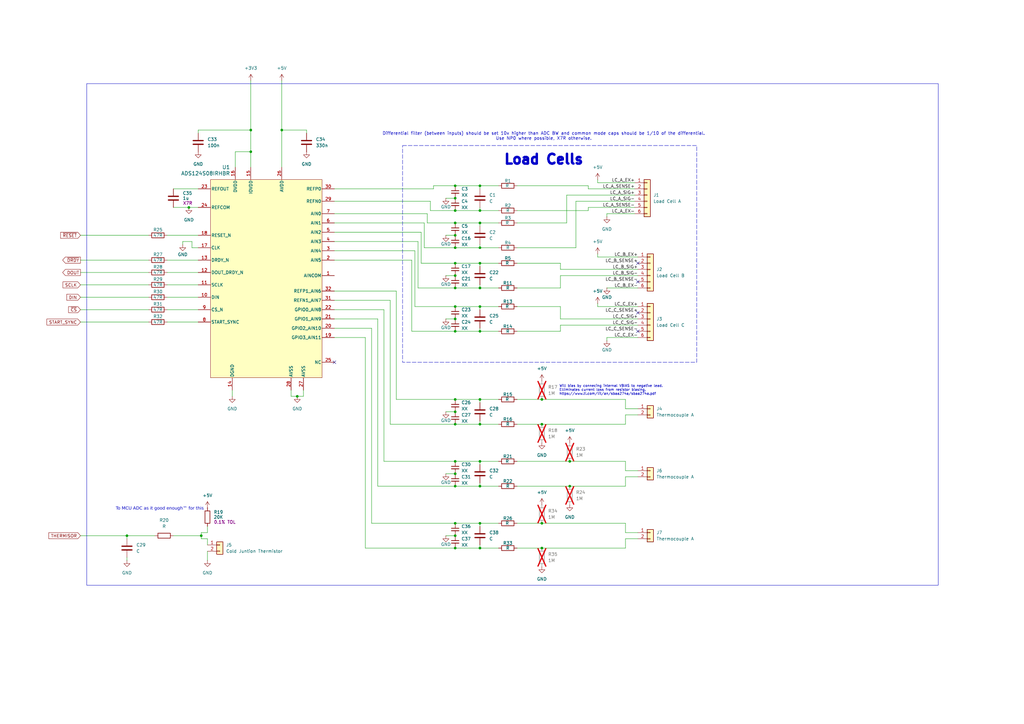
<source format=kicad_sch>
(kicad_sch (version 20250114) (generator "eeschema") (generator_version "9.0")
  (paper "A3")
  (lib_symbols
    (symbol "Connector_Generic:Conn_01x02" (pin_names (offset 1.016) (hide yes))
      (property "Reference" "J" (at 0 2.54 0))
      (property "Value" "Conn_01x02" (at 0 -5.08 0))
      (symbol "Conn_01x02_1_1"
        (rectangle (start -1.27 1.27) (end 1.27 -3.81) (stroke (width 0.254)) (fill (type background)))
        (rectangle (start -1.27 0.127) (end 0 -0.127) (stroke (width 0.1524)))
        (rectangle (start -1.27 -2.413) (end 0 -2.667) (stroke (width 0.1524)))
        (pin passive line (at -5.08 0 0) (length 3.81) (name "Pin_1") (number "1"))
        (pin passive line (at -5.08 -2.54 0) (length 3.81) (name "Pin_2") (number "2"))
      )
    )
    (symbol "Connector_Generic:Conn_01x06" (pin_names (offset 1.016) (hide yes))
      (property "Reference" "J" (at 0 7.62 0))
      (property "Value" "Conn_01x06" (at 0 -10.16 0))
      (symbol "Conn_01x06_1_1"
        (rectangle (start -1.27 6.35) (end 1.27 -8.89) (stroke (width 0.254)) (fill (type background)))
        (rectangle (start -1.27 5.207) (end 0 4.953) (stroke (width 0.1524)))
        (rectangle (start -1.27 2.667) (end 0 2.413) (stroke (width 0.1524)))
        (rectangle (start -1.27 0.127) (end 0 -0.127) (stroke (width 0.1524)))
        (rectangle (start -1.27 -2.413) (end 0 -2.667) (stroke (width 0.1524)))
        (rectangle (start -1.27 -4.953) (end 0 -5.207) (stroke (width 0.1524)))
        (rectangle (start -1.27 -7.493) (end 0 -7.747) (stroke (width 0.1524)))
        (pin passive line (at -5.08 5.08 0) (length 3.81) (name "Pin_1") (number "1"))
        (pin passive line (at -5.08 2.54 0) (length 3.81) (name "Pin_2") (number "2"))
        (pin passive line (at -5.08 0 0) (length 3.81) (name "Pin_3") (number "3"))
        (pin passive line (at -5.08 -2.54 0) (length 3.81) (name "Pin_4") (number "4"))
        (pin passive line (at -5.08 -5.08 0) (length 3.81) (name "Pin_5") (number "5"))
        (pin passive line (at -5.08 -7.62 0) (length 3.81) (name "Pin_6") (number "6"))
      )
    )
    (symbol "Device:C" (pin_numbers (hide yes)) (pin_names (offset 0.254))
      (property "Reference" "C" (at 0.635 2.54 0))
      (property "Value" "C" (at 0.635 -2.54 0))
      (symbol "C_0_1"
        (polyline (pts (xy -2.032 0.762) (xy 2.032 0.762)) (stroke (width 0.508)))
        (polyline (pts (xy -2.032 -0.762) (xy 2.032 -0.762)) (stroke (width 0.508)))
      )
      (symbol "C_1_1"
        (pin passive line (at 0 3.81 270) (length 2.794) (name "~") (number "1"))
        (pin passive line (at 0 -3.81 90) (length 2.794) (name "~") (number "2"))
      )
    )
    (symbol "Device:C_Small" (pin_numbers (hide yes)) (pin_names (offset 0.254) (hide yes))
      (property "Reference" "C" (at 0.254 1.778 0))
      (property "Value" "C_Small" (at 0.254 -2.032 0))
      (symbol "C_Small_0_1"
        (polyline (pts (xy -1.524 0.508) (xy 1.524 0.508)) (stroke (width 0.3048)))
        (polyline (pts (xy -1.524 -0.508) (xy 1.524 -0.508)) (stroke (width 0.3302)))
      )
      (symbol "C_Small_1_1"
        (pin passive line (at 0 2.54 270) (length 2.032) (name "~") (number "1"))
        (pin passive line (at 0 -2.54 90) (length 2.032) (name "~") (number "2"))
      )
    )
    (symbol "Device:R" (pin_numbers (hide yes)) (pin_names (offset 0))
      (property "Reference" "R" (at 2.032 0 90))
      (property "Value" "R" (at 0 0 90))
      (symbol "R_0_1"
        (rectangle (start -1.016 -2.54) (end 1.016 2.54) (stroke (width 0.254)))
      )
      (symbol "R_1_1"
        (pin passive line (at 0 3.81 270) (length 1.27) (name "~") (number "1"))
        (pin passive line (at 0 -3.81 90) (length 1.27) (name "~") (number "2"))
      )
    )
    (symbol "TS_Symbols:ADS114S08BIPBSR" (pin_names (offset 0.254))
      (property "Reference" "U1" (at 14.8433 45.72 0))
      (property "Value" "ADS124S08IRHBR" (at 14.8433 43.18 0))
      (symbol "ADS114S08BIPBSR_0_1"
        (pin input line (at -27.94 36.83 0) (length 5.08) (name "REFP0") (number "30"))
        (pin input line (at -27.94 31.75 0) (length 5.08) (name "REFN0") (number "29"))
        (pin input line (at -27.94 26.67 0) (length 5.08) (name "AIN0") (number "7"))
        (pin input line (at -27.94 22.86 0) (length 5.08) (name "AIN1") (number "6"))
        (pin input line (at -27.94 19.05 0) (length 5.08) (name "AIN2") (number "5"))
        (pin input line (at -27.94 15.24 0) (length 5.08) (name "AIN3") (number "4"))
        (pin input line (at -27.94 11.43 0) (length 5.08) (name "AIN4") (number "3"))
        (pin input line (at -27.94 7.62 0) (length 5.08) (name "AIN5") (number "2"))
        (pin input line (at -27.94 1.27 0) (length 5.08) (name "AINCOM") (number "1"))
        (pin input line (at -27.94 -5.08 0) (length 5.08) (name "REFP1_AIN6") (number "32"))
        (pin input line (at -27.94 -8.89 0) (length 5.08) (name "REFN1_AIN7") (number "31"))
        (pin bidirectional line (at -27.94 -12.7 0) (length 5.08) (name "GPIO0_AIN8") (number "22"))
        (pin bidirectional line (at -27.94 -16.51 0) (length 5.08) (name "GPIO1_AIN9") (number "21"))
        (pin bidirectional line (at -27.94 -20.32 0) (length 5.08) (name "GPIO2_AIN10") (number "20"))
        (pin bidirectional line (at -27.94 -24.13 0) (length 5.08) (name "GPIO3_AIN11") (number "19"))
        (pin unspecified line (at -27.94 -34.29 0) (length 5.08) (name "NC") (number "25"))
        (pin power_in line (at -15.24 -45.72 90) (length 5.08) (name "AVSS") (number "27"))
        (pin power_in line (at -10.16 -45.72 90) (length 5.08) (name "AVSS") (number "28"))
        (pin power_in line (at -6.35 45.72 270) (length 5.08) (name "AVDD") (number "26"))
        (pin power_in line (at 6.35 45.72 270) (length 5.08) (name "IOVDD") (number "15"))
        (pin power_in line (at 12.7 45.72 270) (length 5.08) (name "DVDD") (number "16"))
        (pin power_in line (at 13.97 -45.72 90) (length 5.08) (name "DGND") (number "14"))
        (pin power_in line (at 27.94 36.83 180) (length 5.08) (name "REFOUT") (number "23"))
        (pin power_in line (at 27.94 29.21 180) (length 5.08) (name "REFCOM") (number "24"))
        (pin input line (at 27.94 17.78 180) (length 5.08) (name "RESET_N") (number "18"))
        (pin input line (at 27.94 12.7 180) (length 5.08) (name "CLK") (number "17"))
        (pin output line (at 27.94 7.62 180) (length 5.08) (name "DRDY_N") (number "13"))
        (pin output line (at 27.94 2.54 180) (length 5.08) (name "DOUT_DRDY_N") (number "12"))
        (pin input line (at 27.94 -2.54 180) (length 5.08) (name "SCLK") (number "11"))
        (pin input line (at 27.94 -7.62 180) (length 5.08) (name "DIN") (number "10"))
        (pin input line (at 27.94 -12.7 180) (length 5.08) (name "CS_N") (number "9"))
        (pin input line (at 27.94 -17.78 180) (length 5.08) (name "START_SYNC") (number "8"))
      )
      (symbol "ADS114S08BIPBSR_1_1"
        (rectangle (start -22.86 40.64) (end 22.86 -40.64) (fill (type background)))
      )
    )
    (symbol "power:+3V3" (power) (pin_numbers (hide yes)) (pin_names (offset 0) (hide yes))
      (property "Value" "+3V3" (at 0 3.556 0))
      (symbol "+3V3_0_1"
        (polyline (pts (xy -0.762 1.27) (xy 0 2.54)))
        (polyline (pts (xy 0 2.54) (xy 0.762 1.27)))
        (polyline (pts (xy 0 0) (xy 0 2.54)))
      )
      (symbol "+3V3_1_1"
        (pin power_in line (at 0 0 90) (length 0) (name "~") (number "1"))
      )
    )
    (symbol "power:+5V" (power) (pin_numbers (hide yes)) (pin_names (offset 0) (hide yes))
      (property "Value" "+5V" (at 0 3.556 0))
      (symbol "+5V_0_1"
        (polyline (pts (xy -0.762 1.27) (xy 0 2.54)))
        (polyline (pts (xy 0 2.54) (xy 0.762 1.27)))
        (polyline (pts (xy 0 0) (xy 0 2.54)))
      )
      (symbol "+5V_1_1"
        (pin power_in line (at 0 0 90) (length 0) (name "~") (number "1"))
      )
    )
    (symbol "power:GND" (power) (pin_numbers (hide yes)) (pin_names (offset 0) (hide yes))
      (property "Value" "GND" (at 0 -3.81 0))
      (symbol "GND_0_1"
        (polyline (pts (xy 0 0) (xy 0 -1.27) (xy 1.27 -1.27) (xy 0 -2.54) (xy -1.27 -1.27) (xy 0 -1.27)))
      )
      (symbol "GND_1_1"
        (pin power_in line (at 0 0 270) (length 0) (name "~") (number "1"))
      )
    )
  )
  (rectangle (start 35.56 34.29) (end 384.81 240.03))
  (rectangle (start 165.1 59.69) (end 285.75 148.59) (stroke (width 0) (type dash)))
  (text "Differential filter (between inputs) should be set 10x higher than ADC BW and common mode caps should be 1/10 of the differential.\nUse NP0 where possible, X7R otherwise.\n" (at 223.012 55.88 0) (effects (font (size 1.27 1.27))))
  (text "Load Cells" (at 223.012 65.532 0) (effects (font (size 4 4) (thickness 1) (bold yes))))
  (text "To MCU ADC as it good enough™ for this" (at 65.532 209.042 0) (effects (font (size 1.27 1.27))))
  (text "Will bias by connecing internal VBIAS to negative lead.\nElliminates current loss from resistor biasing.\nhttps://www.ti.com/lit/an/sbaa274a/sbaa274a.pdf" (at 229.362 160.02 0) (effects (font (size 1 1)) (justify left)))
  (junction (at 186.69 163.83))
  (junction (at 196.85 76.2))
  (junction (at 186.69 96.52))
  (junction (at 222.25 173.99))
  (junction (at 186.69 189.23))
  (junction (at 186.69 194.31))
  (junction (at 186.69 76.2))
  (junction (at 186.69 107.95))
  (junction (at 196.85 173.99))
  (junction (at 222.25 214.63))
  (junction (at 102.87 53.34))
  (junction (at 121.92 162.56))
  (junction (at 196.85 101.6))
  (junction (at 186.69 224.79))
  (junction (at 186.69 173.99))
  (junction (at 196.85 86.36))
  (junction (at 186.69 125.73))
  (junction (at 196.85 163.83))
  (junction (at 196.85 118.11))
  (junction (at 196.85 199.39))
  (junction (at 82.55 219.71))
  (junction (at 186.69 135.89))
  (junction (at 186.69 214.63))
  (junction (at 115.57 53.34))
  (junction (at 196.85 189.23))
  (junction (at 186.69 219.71))
  (junction (at 77.47 85.09))
  (junction (at 196.85 214.63))
  (junction (at 196.85 135.89))
  (junction (at 186.69 113.03))
  (junction (at 186.69 86.36))
  (junction (at 186.69 168.91))
  (junction (at 196.85 125.73))
  (junction (at 222.25 163.83))
  (junction (at 186.69 101.6))
  (junction (at 196.85 91.44))
  (junction (at 186.69 91.44))
  (junction (at 186.69 118.11))
  (junction (at 186.69 199.39))
  (junction (at 233.68 189.23))
  (junction (at 102.87 62.23))
  (junction (at 222.25 224.79))
  (junction (at 52.07 219.71))
  (junction (at 196.85 107.95))
  (junction (at 196.85 224.79))
  (junction (at 186.69 81.28))
  (junction (at 233.68 199.39))
  (junction (at 186.69 130.81))
  (no_connect (at 261.62 115.57))
  (no_connect (at 137.16 148.59))
  (no_connect (at 261.62 107.95))
  (no_connect (at 261.62 135.89))
  (no_connect (at 261.62 128.27))
  (wire (pts (xy 245.11 104.14) (xy 245.11 105.41)))
  (wire (pts (xy 196.85 116.84) (xy 196.85 118.11)))
  (wire (pts (xy 137.16 119.38) (xy 162.56 119.38)))
  (wire (pts (xy 71.12 77.47) (xy 81.28 77.47)))
  (wire (pts (xy 173.99 91.44) (xy 137.16 91.44)))
  (wire (pts (xy 229.87 125.73) (xy 212.09 125.73)))
  (wire (pts (xy 196.85 86.36) (xy 204.47 86.36)))
  (wire (pts (xy 256.54 195.58) (xy 256.54 199.39)))
  (wire (pts (xy 248.92 118.11) (xy 261.62 118.11)))
  (wire (pts (xy 115.57 53.34) (xy 115.57 68.58)))
  (wire (pts (xy 186.69 76.2) (xy 177.8 76.2)))
  (wire (pts (xy 229.87 107.95) (xy 212.09 107.95)))
  (wire (pts (xy 171.45 118.11) (xy 171.45 99.06)))
  (wire (pts (xy 186.69 91.44) (xy 175.26 91.44)))
  (wire (pts (xy 196.85 118.11) (xy 204.47 118.11)))
  (wire (pts (xy 260.35 77.47) (xy 241.3 77.47)))
  (wire (pts (xy 52.07 219.71) (xy 63.5 219.71)))
  (wire (pts (xy 196.85 76.2) (xy 196.85 77.47)))
  (wire (pts (xy 261.62 138.43) (xy 248.92 138.43)))
  (wire (pts (xy 212.09 214.63) (xy 222.25 214.63)))
  (wire (pts (xy 222.25 173.99) (xy 256.54 173.99)))
  (wire (pts (xy 245.11 124.46) (xy 245.11 125.73)))
  (wire (pts (xy 186.69 86.36) (xy 176.53 86.36)))
  (wire (pts (xy 182.88 96.52) (xy 186.69 96.52)))
  (wire (pts (xy 82.55 220.98) (xy 85.09 220.98)))
  (wire (pts (xy 260.35 82.55) (xy 236.22 82.55)))
  (wire (pts (xy 196.85 125.73) (xy 196.85 127)))
  (wire (pts (xy 186.69 76.2) (xy 196.85 76.2)))
  (wire (pts (xy 241.3 85.09) (xy 241.3 86.36)))
  (wire (pts (xy 115.57 53.34) (xy 125.73 53.34)))
  (wire (pts (xy 232.41 80.01) (xy 232.41 91.44)))
  (wire (pts (xy 186.69 189.23) (xy 196.85 189.23)))
  (wire (pts (xy 85.09 218.44) (xy 85.09 215.9)))
  (wire (pts (xy 168.91 135.89) (xy 168.91 106.68)))
  (wire (pts (xy 173.99 101.6) (xy 173.99 91.44)))
  (wire (pts (xy 33.02 106.68) (xy 60.96 106.68)))
  (wire (pts (xy 170.18 125.73) (xy 170.18 102.87)))
  (wire (pts (xy 186.69 107.95) (xy 196.85 107.95)))
  (wire (pts (xy 74.93 99.06) (xy 74.93 100.33)))
  (wire (pts (xy 186.69 86.36) (xy 196.85 86.36)))
  (wire (pts (xy 119.38 162.56) (xy 121.92 162.56)))
  (wire (pts (xy 33.02 219.71) (xy 52.07 219.71)))
  (wire (pts (xy 168.91 106.68) (xy 137.16 106.68)))
  (wire (pts (xy 96.52 68.58) (xy 96.52 62.23)))
  (wire (pts (xy 186.69 173.99) (xy 160.02 173.99)))
  (wire (pts (xy 77.47 85.09) (xy 81.28 85.09)))
  (wire (pts (xy 196.85 134.62) (xy 196.85 135.89)))
  (wire (pts (xy 196.85 107.95) (xy 196.85 109.22)))
  (wire (pts (xy 256.54 220.98) (xy 256.54 224.79)))
  (wire (pts (xy 186.69 118.11) (xy 196.85 118.11)))
  (wire (pts (xy 212.09 189.23) (xy 233.68 189.23)))
  (wire (pts (xy 186.69 163.83) (xy 196.85 163.83)))
  (wire (pts (xy 233.68 189.23) (xy 256.54 189.23)))
  (wire (pts (xy 33.02 111.76) (xy 60.96 111.76)))
  (wire (pts (xy 157.48 189.23) (xy 186.69 189.23)))
  (wire (pts (xy 102.87 53.34) (xy 81.28 53.34)))
  (wire (pts (xy 229.87 133.35) (xy 261.62 133.35)))
  (wire (pts (xy 196.85 173.99) (xy 204.47 173.99)))
  (wire (pts (xy 196.85 101.6) (xy 204.47 101.6)))
  (wire (pts (xy 261.62 110.49) (xy 229.87 110.49)))
  (wire (pts (xy 152.4 134.62) (xy 152.4 214.63)))
  (wire (pts (xy 85.09 226.06) (xy 85.09 229.87)))
  (wire (pts (xy 137.16 134.62) (xy 152.4 134.62)))
  (wire (pts (xy 33.02 116.84) (xy 60.96 116.84)))
  (wire (pts (xy 241.3 76.2) (xy 212.09 76.2)))
  (wire (pts (xy 33.02 96.52) (xy 60.96 96.52)))
  (wire (pts (xy 229.87 135.89) (xy 229.87 133.35)))
  (wire (pts (xy 78.74 101.6) (xy 81.28 101.6)))
  (wire (pts (xy 256.54 170.18) (xy 256.54 173.99)))
  (wire (pts (xy 256.54 163.83) (xy 256.54 167.64)))
  (wire (pts (xy 186.69 173.99) (xy 196.85 173.99)))
  (wire (pts (xy 95.25 162.56) (xy 95.25 160.02)))
  (wire (pts (xy 196.85 214.63) (xy 204.47 214.63)))
  (wire (pts (xy 52.07 228.6) (xy 52.07 229.87)))
  (wire (pts (xy 68.58 96.52) (xy 81.28 96.52)))
  (wire (pts (xy 212.09 173.99) (xy 222.25 173.99)))
  (wire (pts (xy 82.55 218.44) (xy 82.55 219.71)))
  (wire (pts (xy 236.22 101.6) (xy 212.09 101.6)))
  (wire (pts (xy 222.25 163.83) (xy 256.54 163.83)))
  (wire (pts (xy 149.86 224.79) (xy 186.69 224.79)))
  (wire (pts (xy 186.69 101.6) (xy 196.85 101.6)))
  (wire (pts (xy 186.69 101.6) (xy 173.99 101.6)))
  (wire (pts (xy 33.02 132.08) (xy 60.96 132.08)))
  (wire (pts (xy 186.69 214.63) (xy 196.85 214.63)))
  (wire (pts (xy 229.87 113.03) (xy 229.87 118.11)))
  (wire (pts (xy 119.38 160.02) (xy 119.38 162.56)))
  (wire (pts (xy 182.88 168.91) (xy 186.69 168.91)))
  (wire (pts (xy 233.68 199.39) (xy 256.54 199.39)))
  (wire (pts (xy 212.09 135.89) (xy 229.87 135.89)))
  (wire (pts (xy 236.22 82.55) (xy 236.22 101.6)))
  (wire (pts (xy 157.48 127) (xy 137.16 127)))
  (wire (pts (xy 85.09 220.98) (xy 85.09 223.52)))
  (wire (pts (xy 196.85 125.73) (xy 204.47 125.73)))
  (wire (pts (xy 96.52 62.23) (xy 102.87 62.23)))
  (wire (pts (xy 71.12 85.09) (xy 77.47 85.09)))
  (wire (pts (xy 68.58 132.08) (xy 81.28 132.08)))
  (wire (pts (xy 175.26 87.63) (xy 137.16 87.63)))
  (wire (pts (xy 160.02 123.19) (xy 137.16 123.19)))
  (wire (pts (xy 172.72 95.25) (xy 137.16 95.25)))
  (wire (pts (xy 176.53 82.55) (xy 137.16 82.55)))
  (wire (pts (xy 196.85 91.44) (xy 196.85 92.71)))
  (wire (pts (xy 172.72 107.95) (xy 172.72 95.25)))
  (wire (pts (xy 186.69 224.79) (xy 196.85 224.79)))
  (wire (pts (xy 256.54 193.04) (xy 261.62 193.04)))
  (wire (pts (xy 68.58 116.84) (xy 81.28 116.84)))
  (wire (pts (xy 196.85 199.39) (xy 204.47 199.39)))
  (wire (pts (xy 241.3 76.2) (xy 241.3 77.47)))
  (wire (pts (xy 196.85 107.95) (xy 204.47 107.95)))
  (wire (pts (xy 260.35 80.01) (xy 232.41 80.01)))
  (wire (pts (xy 68.58 121.92) (xy 81.28 121.92)))
  (wire (pts (xy 78.74 99.06) (xy 74.93 99.06)))
  (wire (pts (xy 154.94 130.81) (xy 137.16 130.81)))
  (wire (pts (xy 256.54 189.23) (xy 256.54 193.04)))
  (wire (pts (xy 160.02 123.19) (xy 160.02 173.99)))
  (wire (pts (xy 196.85 172.72) (xy 196.85 173.99)))
  (wire (pts (xy 196.85 223.52) (xy 196.85 224.79)))
  (wire (pts (xy 171.45 99.06) (xy 137.16 99.06)))
  (wire (pts (xy 154.94 199.39) (xy 186.69 199.39)))
  (wire (pts (xy 196.85 163.83) (xy 204.47 163.83)))
  (wire (pts (xy 196.85 189.23) (xy 196.85 190.5)))
  (wire (pts (xy 248.92 87.63) (xy 248.92 88.9)))
  (wire (pts (xy 68.58 111.76) (xy 81.28 111.76)))
  (wire (pts (xy 196.85 224.79) (xy 204.47 224.79)))
  (wire (pts (xy 261.62 113.03) (xy 229.87 113.03)))
  (wire (pts (xy 115.57 33.02) (xy 115.57 53.34)))
  (wire (pts (xy 256.54 218.44) (xy 261.62 218.44)))
  (wire (pts (xy 176.53 86.36) (xy 176.53 82.55)))
  (wire (pts (xy 245.11 74.93) (xy 245.11 73.66)))
  (wire (pts (xy 68.58 127) (xy 81.28 127)))
  (wire (pts (xy 52.07 220.98) (xy 52.07 219.71)))
  (wire (pts (xy 102.87 62.23) (xy 102.87 68.58)))
  (wire (pts (xy 248.92 138.43) (xy 248.92 139.7)))
  (wire (pts (xy 256.54 170.18) (xy 261.62 170.18)))
  (wire (pts (xy 182.88 194.31) (xy 186.69 194.31)))
  (wire (pts (xy 256.54 220.98) (xy 261.62 220.98)))
  (wire (pts (xy 149.86 138.43) (xy 137.16 138.43)))
  (wire (pts (xy 81.28 53.34) (xy 81.28 54.61)))
  (wire (pts (xy 256.54 214.63) (xy 256.54 218.44)))
  (wire (pts (xy 186.69 125.73) (xy 196.85 125.73)))
  (wire (pts (xy 186.69 91.44) (xy 196.85 91.44)))
  (wire (pts (xy 196.85 91.44) (xy 204.47 91.44)))
  (wire (pts (xy 212.09 163.83) (xy 222.25 163.83)))
  (wire (pts (xy 102.87 33.02) (xy 102.87 53.34)))
  (wire (pts (xy 260.35 74.93) (xy 245.11 74.93)))
  (wire (pts (xy 182.88 113.03) (xy 186.69 113.03)))
  (wire (pts (xy 33.02 127) (xy 60.96 127)))
  (wire (pts (xy 212.09 199.39) (xy 233.68 199.39)))
  (wire (pts (xy 196.85 85.09) (xy 196.85 86.36)))
  (wire (pts (xy 260.35 87.63) (xy 248.92 87.63)))
  (wire (pts (xy 196.85 163.83) (xy 196.85 165.1)))
  (wire (pts (xy 186.69 118.11) (xy 171.45 118.11)))
  (wire (pts (xy 182.88 219.71) (xy 186.69 219.71)))
  (wire (pts (xy 175.26 91.44) (xy 175.26 87.63)))
  (wire (pts (xy 196.85 214.63) (xy 196.85 215.9)))
  (wire (pts (xy 260.35 85.09) (xy 241.3 85.09)))
  (wire (pts (xy 186.69 199.39) (xy 196.85 199.39)))
  (wire (pts (xy 68.58 106.68) (xy 81.28 106.68)))
  (wire (pts (xy 78.74 99.06) (xy 78.74 101.6)))
  (wire (pts (xy 182.88 81.28) (xy 186.69 81.28)))
  (wire (pts (xy 222.25 224.79) (xy 256.54 224.79)))
  (wire (pts (xy 229.87 130.81) (xy 229.87 125.73)))
  (wire (pts (xy 177.8 77.47) (xy 137.16 77.47)))
  (wire (pts (xy 85.09 218.44) (xy 82.55 218.44)))
  (wire (pts (xy 157.48 189.23) (xy 157.48 127)))
  (wire (pts (xy 124.46 162.56) (xy 124.46 160.02)))
  (wire (pts (xy 33.02 121.92) (xy 60.96 121.92)))
  (wire (pts (xy 256.54 195.58) (xy 261.62 195.58)))
  (wire (pts (xy 196.85 189.23) (xy 204.47 189.23)))
  (wire (pts (xy 152.4 214.63) (xy 186.69 214.63)))
  (wire (pts (xy 196.85 100.33) (xy 196.85 101.6)))
  (wire (pts (xy 186.69 135.89) (xy 168.91 135.89)))
  (wire (pts (xy 196.85 198.12) (xy 196.85 199.39)))
  (wire (pts (xy 232.41 91.44) (xy 212.09 91.44)))
  (wire (pts (xy 82.55 219.71) (xy 82.55 220.98)))
  (wire (pts (xy 186.69 135.89) (xy 196.85 135.89)))
  (wire (pts (xy 71.12 219.71) (xy 82.55 219.71)))
  (wire (pts (xy 229.87 110.49) (xy 229.87 107.95)))
  (wire (pts (xy 162.56 119.38) (xy 162.56 163.83)))
  (wire (pts (xy 256.54 167.64) (xy 261.62 167.64)))
  (wire (pts (xy 229.87 118.11) (xy 212.09 118.11)))
  (wire (pts (xy 212.09 86.36) (xy 241.3 86.36)))
  (wire (pts (xy 170.18 102.87) (xy 137.16 102.87)))
  (wire (pts (xy 261.62 130.81) (xy 229.87 130.81)))
  (wire (pts (xy 186.69 107.95) (xy 172.72 107.95)))
  (wire (pts (xy 154.94 199.39) (xy 154.94 130.81)))
  (wire (pts (xy 245.11 105.41) (xy 261.62 105.41)))
  (wire (pts (xy 186.69 163.83) (xy 162.56 163.83)))
  (wire (pts (xy 186.69 125.73) (xy 170.18 125.73)))
  (wire (pts (xy 102.87 53.34) (xy 102.87 62.23)))
  (wire (pts (xy 121.92 162.56) (xy 124.46 162.56)))
  (wire (pts (xy 245.11 125.73) (xy 261.62 125.73)))
  (wire (pts (xy 125.73 53.34) (xy 125.73 54.61)))
  (wire (pts (xy 182.88 130.81) (xy 186.69 130.81)))
  (wire (pts (xy 222.25 214.63) (xy 256.54 214.63)))
  (wire (pts (xy 196.85 76.2) (xy 204.47 76.2)))
  (wire (pts (xy 196.85 135.89) (xy 204.47 135.89)))
  (wire (pts (xy 177.8 76.2) (xy 177.8 77.47)))
  (wire (pts (xy 212.09 224.79) (xy 222.25 224.79)))
  (wire (pts (xy 149.86 224.79) (xy 149.86 138.43)))
  (label "LC_B_SIG+" (at 261.62 110.49 180))
  (label "LC_B_SIG-" (at 261.62 113.03 180))
  (label "LC_B_SENSE-" (at 261.62 115.57 180))
  (label "LC_C_SIG+" (at 261.62 130.81 180))
  (label "LC_C_SENSE+" (at 261.62 128.27 180))
  (label "LC_A_SENSE+" (at 260.35 77.47 180))
  (label "LC_C_SIG-" (at 261.62 133.35 180))
  (label "LC_A_SIG-" (at 260.35 82.55 180))
  (label "LC_C_EX+" (at 261.62 125.73 180))
  (label "LC_A_SENSE-" (at 260.35 85.09 180))
  (label "LC_B_EX-" (at 261.62 118.11 180))
  (label "LC_B_EX+" (at 261.62 105.41 180))
  (label "LC_C_EX-" (at 261.62 138.43 180))
  (label "LC_B_SENSE+" (at 261.62 107.95 180))
  (label "LC_A_EX-" (at 260.35 87.63 180))
  (label "LC_A_EX+" (at 260.35 74.93 180))
  (label "LC_A_SIG+" (at 260.35 80.01 180))
  (label "LC_C_SENSE-" (at 261.62 135.89 180))
  (global_label "~{DRDY}" (shape output) (at 33.02 106.68 180) (property "Intersheetrefs" "${INTERSHEET_REFS}" (effects (hide yes))))
  (global_label "DIN" (shape input) (at 33.02 121.92 180) (property "Intersheetrefs" "${INTERSHEET_REFS}" (effects (hide yes))))
  (global_label "START_SYNC" (shape input) (at 33.02 132.08 180) (property "Intersheetrefs" "${INTERSHEET_REFS}" (effects (hide yes))))
  (global_label "~{RESET}" (shape input) (at 33.02 96.52 180) (property "Intersheetrefs" "${INTERSHEET_REFS}" (effects (hide yes))))
  (global_label "DOUT" (shape output) (at 33.02 111.76 180) (property "Intersheetrefs" "${INTERSHEET_REFS}" (effects (hide yes))))
  (global_label "SCLK" (shape input) (at 33.02 116.84 180) (property "Intersheetrefs" "${INTERSHEET_REFS}" (effects (hide yes))))
  (global_label "THERMISOR" (shape input) (at 33.02 219.71 180) (property "Intersheetrefs" "${INTERSHEET_REFS}" (effects (hide yes))))
  (global_label "~{CS}" (shape input) (at 33.02 127 180) (property "Intersheetrefs" "${INTERSHEET_REFS}" (effects (hide yes))))
  (symbol (lib_id "power:GND") (at 248.92 139.7 0) (unit 1)
    (property "Reference" "#PWR016" (effects (hide yes)))
    (property "Value" "GND" (at 248.92 143.51 0))
    (property "Description" "Power symbol creates a global label with name \"GND\" , ground" (effects (hide yes)))
  )
  (symbol (lib_id "TS_Symbols:ADS114S08BIPBSR") (at 109.22 114.3 0) (mirror y) (unit 1)
    (property "Reference" "U1" (at 94.3767 68.58 0) (effects (font (size 1.524 1.524)) (justify left)))
    (property "Value" "ADS124S08IRHBR" (at 94.3767 71.12 0) (effects (font (size 1.524 1.524)) (justify left)))
    (property "Footprint" "Package_QFP:LQFP-32_5x5mm_P0.5mm" (effects (hide yes)))
    (property "Datasheet" "https://www.ti.com/lit/ds/symlink/ads124s06.pdf?HQS=dis-dk-null-digikeymode-dsf-pf-null-wwe&ts=1745919423415&ref_url=https%253A%252F%252Fwww.ti.com%252Fgeneral%252Fdocs%252Fsuppproductinfo.tsp%253FdistId%253D10%2526gotoUrl%253Dhttps%253A%252F%252Fwww.ti.com%252Flit%252Fgpn%252Fads124s06" (effects (hide yes)))
    (property "MPN" "ADS124S08IRHBR" (effects (hide yes)))
  )
  (symbol (lib_id "Connector_Generic:Conn_01x02") (at 90.17 223.52 0) (unit 1)
    (property "Reference" "J5" (at 92.71 223.5199 0) (effects (justify left)))
    (property "Value" "Cold Juntion Thermistor" (at 92.71 226.0599 0) (effects (justify left)))
    (property "Description" "Generic connector, single row, 01x02, script generated (kicad-library-utils/schlib/autogen/connector/)" (effects (hide yes)))
  )
  (symbol (lib_id "power:+5V") (at 115.57 33.02 0) (unit 1)
    (property "Reference" "#PWR040" (effects (hide yes)))
    (property "Value" "+5V" (at 115.57 27.94 0))
    (property "Description" "Power symbol creates a global label with name \"+5V\"" (effects (hide yes)))
  )
  (symbol (lib_id "Device:C") (at 196.85 113.03 0) (unit 1)
    (property "Reference" "C22" (at 200.66 111.7599 0) (effects (justify left)))
    (property "Value" "C" (at 200.66 114.2999 0) (effects (justify left)))
    (property "Description" "Unpolarized capacitor" (effects (hide yes)))
  )
  (symbol (lib_id "Device:R") (at 208.28 224.79 90) (unit 1)
    (property "Reference" "R33" (at 208.28 222.758 90))
    (property "Value" "R" (at 208.28 224.79 90))
    (property "Description" "Resistor" (effects (hide yes)))
  )
  (symbol (lib_id "Device:R") (at 222.25 210.82 0) (unit 1) (dnp yes)
    (property "Reference" "R34" (at 224.79 209.5499 0) (effects (justify left)))
    (property "Value" "1M" (at 224.79 212.0899 0) (effects (justify left)))
    (property "Description" "Resistor" (effects (hide yes)))
  )
  (symbol (lib_id "power:GND") (at 248.92 88.9 0) (unit 1)
    (property "Reference" "#PWR02" (effects (hide yes)))
    (property "Value" "GND" (at 248.92 93.98 0))
    (property "Description" "Power symbol creates a global label with name \"GND\" , ground" (effects (hide yes)))
  )
  (symbol (lib_id "power:+5V") (at 233.68 181.61 0) (unit 1)
    (property "Reference" "#PWR035" (effects (hide yes)))
    (property "Value" "+5V" (at 233.68 176.53 0))
    (property "Description" "Power symbol creates a global label with name \"+5V\"" (effects (hide yes)))
  )
  (symbol (lib_id "Device:R") (at 208.28 199.39 90) (unit 1)
    (property "Reference" "R22" (at 208.28 197.358 90))
    (property "Value" "R" (at 208.28 199.39 90))
    (property "Description" "Resistor" (effects (hide yes)))
  )
  (symbol (lib_id "Device:R") (at 208.28 107.95 90) (unit 1)
    (property "Reference" "R5" (at 208.28 105.918 90))
    (property "Value" "R" (at 208.026 107.95 90))
    (property "Description" "Resistor" (effects (hide yes)))
  )
  (symbol (lib_id "Device:C") (at 196.85 168.91 0) (unit 1)
    (property "Reference" "C28" (at 200.66 167.6399 0) (effects (justify left)))
    (property "Value" "C" (at 200.66 170.1799 0) (effects (justify left)))
    (property "Description" "Unpolarized capacitor" (effects (hide yes)))
  )
  (symbol (lib_id "power:+5V") (at 222.25 156.21 0) (unit 1)
    (property "Reference" "#PWR025" (effects (hide yes)))
    (property "Value" "+5V" (at 222.25 151.13 0))
    (property "Description" "Power symbol creates a global label with name \"+5V\"" (effects (hide yes)))
  )
  (symbol (lib_id "Device:C_Small") (at 186.69 99.06 0) (unit 1)
    (property "Reference" "C16" (at 189.23 97.7962 0) (effects (justify left)))
    (property "Value" "XX" (at 189.23 100.3362 0) (effects (justify left)))
    (property "Description" "Unpolarized capacitor, small symbol" (effects (hide yes)))
  )
  (symbol (lib_id "Device:R") (at 233.68 185.42 0) (unit 1) (dnp yes)
    (property "Reference" "R23" (at 236.22 184.1499 0) (effects (justify left)))
    (property "Value" "1M" (at 236.22 186.6899 0) (effects (justify left)))
    (property "Description" "Resistor" (effects (hide yes)))
  )
  (symbol (lib_id "power:+5V") (at 222.25 207.01 0) (unit 1)
    (property "Reference" "#PWR045" (effects (hide yes)))
    (property "Value" "+5V" (at 222.25 201.93 0))
    (property "Description" "Power symbol creates a global label with name \"+5V\"" (effects (hide yes)))
  )
  (symbol (lib_id "power:GND") (at 52.07 229.87 0) (unit 1)
    (property "Reference" "#PWR033" (effects (hide yes)))
    (property "Value" "GND" (at 52.07 234.95 0))
    (property "Description" "Power symbol creates a global label with name \"GND\" , ground" (effects (hide yes)))
  )
  (symbol (lib_id "power:GND") (at 95.25 162.56 0) (unit 1)
    (property "Reference" "#PWR048" (effects (hide yes)))
    (property "Value" "GND" (at 95.25 167.64 0))
    (property "Description" "Power symbol creates a global label with name \"GND\" , ground" (effects (hide yes)))
  )
  (symbol (lib_id "Device:R") (at 222.25 177.8 0) (unit 1) (dnp yes)
    (property "Reference" "R18" (at 224.79 176.5299 0) (effects (justify left)))
    (property "Value" "1M" (at 224.79 179.0699 0) (effects (justify left)))
    (property "Description" "Resistor" (effects (hide yes)))
  )
  (symbol (lib_id "power:+5V") (at 85.09 208.28 0) (unit 1)
    (property "Reference" "#PWR028" (effects (hide yes)))
    (property "Value" "+5V" (at 85.09 203.2 0))
    (property "Description" "Power symbol creates a global label with name \"+5V\"" (effects (hide yes)))
  )
  (symbol (lib_id "Device:C_Small") (at 186.69 93.98 0) (unit 1)
    (property "Reference" "C5" (at 189.23 92.7162 0) (effects (justify left)))
    (property "Value" "XX" (at 189.23 95.2562 0) (effects (justify left)))
    (property "Description" "Unpolarized capacitor, small symbol" (effects (hide yes)))
  )
  (symbol (lib_id "Device:C") (at 81.28 58.42 0) (unit 1)
    (property "Reference" "C33" (at 85.09 57.1499 0) (effects (justify left)))
    (property "Value" "100n" (at 85.09 59.6899 0) (effects (justify left)))
    (property "Description" "Unpolarized capacitor" (effects (hide yes)))
  )
  (symbol (lib_id "power:GND") (at 222.25 232.41 0) (unit 1)
    (property "Reference" "#PWR047" (effects (hide yes)))
    (property "Value" "GND" (at 222.25 237.49 0))
    (property "Description" "Power symbol creates a global label with name \"GND\" , ground" (effects (hide yes)))
  )
  (symbol (lib_id "power:GND") (at 248.92 118.11 0) (unit 1)
    (property "Reference" "#PWR013" (effects (hide yes)))
    (property "Value" "GND" (at 248.92 121.92 0))
    (property "Description" "Power symbol creates a global label with name \"GND\" , ground" (effects (hide yes)))
  )
  (symbol (lib_id "Device:C") (at 196.85 96.52 0) (unit 1)
    (property "Reference" "C2" (at 200.66 95.2499 0) (effects (justify left)))
    (property "Value" "C" (at 200.66 97.7899 0) (effects (justify left)))
    (property "Description" "Unpolarized capacitor" (effects (hide yes)))
  )
  (symbol (lib_id "Device:R") (at 208.28 118.11 90) (unit 1)
    (property "Reference" "R11" (at 208.28 116.078 90))
    (property "Value" "R" (at 208.28 118.11 90))
    (property "Description" "Resistor" (effects (hide yes)))
  )
  (symbol (lib_id "Device:C_Small") (at 186.69 78.74 0) (unit 1)
    (property "Reference" "C3" (at 189.23 77.4762 0) (effects (justify left)))
    (property "Value" "XX" (at 189.23 80.0162 0) (effects (justify left)))
    (property "Description" "Unpolarized capacitor, small symbol" (effects (hide yes)))
  )
  (symbol (lib_id "Device:C_Small") (at 186.69 128.27 0) (unit 1)
    (property "Reference" "C23" (at 189.23 127.0062 0) (effects (justify left)))
    (property "Value" "XX" (at 189.23 129.5462 0) (effects (justify left)))
    (property "Description" "Unpolarized capacitor, small symbol" (effects (hide yes)))
  )
  (symbol (lib_id "Device:R") (at 64.77 106.68 90) (unit 1)
    (property "Reference" "R27" (at 64.77 104.394 90))
    (property "Value" "47R" (at 64.77 106.68 90))
    (property "Description" "Resistor" (effects (hide yes)))
  )
  (symbol (lib_id "Device:C_Small") (at 186.69 133.35 0) (unit 1)
    (property "Reference" "C24" (at 189.23 132.0862 0) (effects (justify left)))
    (property "Value" "XX" (at 189.23 134.6262 0) (effects (justify left)))
    (property "Description" "Unpolarized capacitor, small symbol" (effects (hide yes)))
  )
  (symbol (lib_id "Device:C_Small") (at 186.69 191.77 0) (unit 1)
    (property "Reference" "C30" (at 189.23 190.5062 0) (effects (justify left)))
    (property "Value" "XX" (at 189.23 193.0462 0) (effects (justify left)))
    (property "Description" "Unpolarized capacitor, small symbol" (effects (hide yes)))
  )
  (symbol (lib_id "Device:C") (at 196.85 194.31 0) (unit 1)
    (property "Reference" "C32" (at 200.66 193.0399 0) (effects (justify left)))
    (property "Value" "C" (at 200.66 195.5799 0) (effects (justify left)))
    (property "Description" "Unpolarized capacitor" (effects (hide yes)))
  )
  (symbol (lib_id "Device:R") (at 222.25 228.6 0) (unit 1) (dnp yes)
    (property "Reference" "R35" (at 224.79 227.3299 0) (effects (justify left)))
    (property "Value" "1M" (at 224.79 229.8699 0) (effects (justify left)))
    (property "Description" "Resistor" (effects (hide yes)))
  )
  (symbol (lib_id "Device:R") (at 208.28 76.2 90) (unit 1)
    (property "Reference" "R1" (at 208.28 74.168 90))
    (property "Value" "R" (at 208.026 76.2 90))
    (property "Description" "Resistor" (effects (hide yes)))
  )
  (symbol (lib_id "Device:R") (at 233.68 203.2 0) (unit 1) (dnp yes)
    (property "Reference" "R24" (at 236.22 201.9299 0) (effects (justify left)))
    (property "Value" "1M" (at 236.22 204.4699 0) (effects (justify left)))
    (property "Description" "Resistor" (effects (hide yes)))
  )
  (symbol (lib_id "Device:R") (at 208.28 173.99 90) (unit 1)
    (property "Reference" "R16" (at 208.28 171.958 90))
    (property "Value" "R" (at 208.28 173.99 90))
    (property "Description" "Resistor" (effects (hide yes)))
  )
  (symbol (lib_id "Device:R") (at 64.77 127 90) (unit 1)
    (property "Reference" "R31" (at 64.77 124.714 90))
    (property "Value" "47R" (at 64.77 127 90))
    (property "Description" "Resistor" (effects (hide yes)))
  )
  (symbol (lib_id "power:+3V3") (at 102.87 33.02 0) (unit 1)
    (property "Reference" "#PWR037" (effects (hide yes)))
    (property "Value" "+3V3" (at 102.87 27.94 0))
    (property "Description" "Power symbol creates a global label with name \"+3V3\"" (effects (hide yes)))
  )
  (symbol (lib_id "Connector_Generic:Conn_01x06") (at 265.43 80.01 0) (unit 1)
    (property "Reference" "J1" (at 267.97 80.0099 0) (effects (justify left)))
    (property "Value" "Load Cell A" (at 267.97 82.5499 0) (effects (justify left)))
    (property "Description" "Generic connector, single row, 01x06, script generated (kicad-library-utils/schlib/autogen/connector/)" (effects (hide yes)))
  )
  (symbol (lib_id "Device:R") (at 208.28 91.44 90) (unit 1)
    (property "Reference" "R3" (at 208.28 89.408 90))
    (property "Value" "R" (at 208.026 91.44 90))
    (property "Description" "Resistor" (effects (hide yes)))
  )
  (symbol (lib_id "Device:R") (at 208.28 214.63 90) (unit 1)
    (property "Reference" "R26" (at 208.28 212.598 90))
    (property "Value" "R" (at 208.026 214.63 90))
    (property "Description" "Resistor" (effects (hide yes)))
  )
  (symbol (lib_id "Device:C_Small") (at 186.69 115.57 0) (unit 1)
    (property "Reference" "C21" (at 189.23 114.3062 0) (effects (justify left)))
    (property "Value" "XX" (at 189.23 116.8462 0) (effects (justify left)))
    (property "Description" "Unpolarized capacitor, small symbol" (effects (hide yes)))
  )
  (symbol (lib_id "Device:R") (at 222.25 160.02 0) (unit 1) (dnp yes)
    (property "Reference" "R17" (at 224.79 158.7499 0) (effects (justify left)))
    (property "Value" "1M" (at 224.79 161.2899 0) (effects (justify left)))
    (property "Description" "Resistor" (effects (hide yes)))
  )
  (symbol (lib_id "power:GND") (at 182.88 96.52 0) (unit 1)
    (property "Reference" "#PWR05" (effects (hide yes)))
    (property "Value" "GND" (at 182.88 100.076 0))
    (property "Description" "Power symbol creates a global label with name \"GND\" , ground" (effects (hide yes)))
  )
  (symbol (lib_id "power:+5V") (at 245.11 104.14 0) (unit 1)
    (property "Reference" "#PWR08" (effects (hide yes)))
    (property "Value" "+5V" (at 245.11 99.06 0))
    (property "Description" "Power symbol creates a global label with name \"+5V\"" (effects (hide yes)))
  )
  (symbol (lib_id "power:GND") (at 182.88 219.71 0) (unit 1)
    (property "Reference" "#PWR044" (effects (hide yes)))
    (property "Value" "GND" (at 182.88 223.266 0))
    (property "Description" "Power symbol creates a global label with name \"GND\" , ground" (effects (hide yes)))
  )
  (symbol (lib_id "Device:C") (at 71.12 81.28 0) (unit 1)
    (property "Reference" "C35" (at 74.93 79.248 0) (effects (justify left)))
    (property "Value" "1u" (at 74.93 81.28 0) (effects (justify left)))
    (property "Description" "X7R" (at 76.962 83.312 0))
  )
  (symbol (lib_id "power:GND") (at 77.47 85.09 0) (unit 1)
    (property "Reference" "#PWR043" (effects (hide yes)))
    (property "Value" "GND" (at 77.47 90.17 0))
    (property "Description" "Power symbol creates a global label with name \"GND\" , ground" (effects (hide yes)))
  )
  (symbol (lib_id "Device:R") (at 208.28 135.89 90) (unit 1)
    (property "Reference" "R14" (at 208.28 133.858 90))
    (property "Value" "R" (at 208.28 135.89 90))
    (property "Description" "Resistor" (effects (hide yes)))
  )
  (symbol (lib_id "power:GND") (at 182.88 81.28 0) (unit 1)
    (property "Reference" "#PWR04" (effects (hide yes)))
    (property "Value" "GND" (at 182.88 84.836 0))
    (property "Description" "Power symbol creates a global label with name \"GND\" , ground" (effects (hide yes)))
  )
  (symbol (lib_id "Device:R") (at 64.77 132.08 90) (unit 1)
    (property "Reference" "R32" (at 64.77 129.794 90))
    (property "Value" "47R" (at 64.77 132.08 90))
    (property "Description" "Resistor" (effects (hide yes)))
  )
  (symbol (lib_id "Device:C") (at 52.07 224.79 0) (unit 1)
    (property "Reference" "C29" (at 55.88 223.5199 0) (effects (justify left)))
    (property "Value" "C" (at 55.88 226.0599 0) (effects (justify left)))
    (property "Description" "Unpolarized capacitor" (effects (hide yes)))
  )
  (symbol (lib_id "Device:C_Small") (at 186.69 222.25 0) (unit 1)
    (property "Reference" "C37" (at 189.23 220.9862 0) (effects (justify left)))
    (property "Value" "XX" (at 189.23 223.5262 0) (effects (justify left)))
    (property "Description" "Unpolarized capacitor, small symbol" (effects (hide yes)))
  )
  (symbol (lib_id "power:GND") (at 222.25 181.61 0) (unit 1)
    (property "Reference" "#PWR024" (effects (hide yes)))
    (property "Value" "GND" (at 222.25 186.69 0))
    (property "Description" "Power symbol creates a global label with name \"GND\" , ground" (effects (hide yes)))
  )
  (symbol (lib_id "power:GND") (at 74.93 100.33 0) (unit 1)
    (property "Reference" "#PWR039" (effects (hide yes)))
    (property "Value" "GND" (at 74.93 104.394 0))
    (property "Description" "Power symbol creates a global label with name \"GND\" , ground" (effects (hide yes)))
  )
  (symbol (lib_id "Device:C_Small") (at 186.69 166.37 0) (unit 1)
    (property "Reference" "C26" (at 189.23 165.1062 0) (effects (justify left)))
    (property "Value" "XX" (at 189.23 167.6462 0) (effects (justify left)))
    (property "Description" "Unpolarized capacitor, small symbol" (effects (hide yes)))
  )
  (symbol (lib_id "power:GND") (at 182.88 194.31 0) (unit 1)
    (property "Reference" "#PWR034" (effects (hide yes)))
    (property "Value" "GND" (at 182.88 197.866 0))
    (property "Description" "Power symbol creates a global label with name \"GND\" , ground" (effects (hide yes)))
  )
  (symbol (lib_id "power:GND") (at 233.68 207.01 0) (unit 1)
    (property "Reference" "#PWR036" (effects (hide yes)))
    (property "Value" "GND" (at 233.68 212.09 0))
    (property "Description" "Power symbol creates a global label with name \"GND\" , ground" (effects (hide yes)))
  )
  (symbol (lib_id "Device:C_Small") (at 186.69 217.17 0) (unit 1)
    (property "Reference" "C36" (at 189.23 215.9062 0) (effects (justify left)))
    (property "Value" "XX" (at 189.23 218.4462 0) (effects (justify left)))
    (property "Description" "Unpolarized capacitor, small symbol" (effects (hide yes)))
  )
  (symbol (lib_id "Connector_Generic:Conn_01x06") (at 266.7 110.49 0) (unit 1)
    (property "Reference" "J2" (at 269.24 110.4899 0) (effects (justify left)))
    (property "Value" "Load Cell B" (at 269.24 113.0299 0) (effects (justify left)))
    (property "Description" "Generic connector, single row, 01x06, script generated (kicad-library-utils/schlib/autogen/connector/)" (effects (hide yes)))
  )
  (symbol (lib_id "Device:C") (at 196.85 219.71 0) (unit 1)
    (property "Reference" "C38" (at 200.66 218.4399 0) (effects (justify left)))
    (property "Value" "C" (at 200.66 220.9799 0) (effects (justify left)))
    (property "Description" "Unpolarized capacitor" (effects (hide yes)))
  )
  (symbol (lib_id "Device:R") (at 85.09 212.09 0) (unit 1)
    (property "Reference" "R19" (at 87.63 210.058 0) (effects (justify left)))
    (property "Value" "20K" (at 87.63 212.09 0) (effects (justify left)))
    (property "Description" "0.1% TOL" (at 92.202 214.122 0))
  )
  (symbol (lib_id "Device:R") (at 208.28 189.23 90) (unit 1)
    (property "Reference" "R21" (at 208.28 187.198 90))
    (property "Value" "R" (at 208.026 189.23 90))
    (property "Description" "Resistor" (effects (hide yes)))
  )
  (symbol (lib_id "power:+5V") (at 245.11 73.66 0) (unit 1)
    (property "Reference" "#PWR01" (effects (hide yes)))
    (property "Value" "+5V" (at 245.11 68.58 0))
    (property "Description" "Power symbol creates a global label with name \"+5V\"" (effects (hide yes)))
  )
  (symbol (lib_id "Device:C_Small") (at 186.69 110.49 0) (unit 1)
    (property "Reference" "C17" (at 189.23 109.2262 0) (effects (justify left)))
    (property "Value" "XX" (at 189.23 111.7662 0) (effects (justify left)))
    (property "Description" "Unpolarized capacitor, small symbol" (effects (hide yes)))
  )
  (symbol (lib_id "Device:C_Small") (at 186.69 196.85 0) (unit 1)
    (property "Reference" "C31" (at 189.23 195.5862 0) (effects (justify left)))
    (property "Value" "XX" (at 189.23 198.1262 0) (effects (justify left)))
    (property "Description" "Unpolarized capacitor, small symbol" (effects (hide yes)))
  )
  (symbol (lib_id "Connector_Generic:Conn_01x02") (at 266.7 193.04 0) (unit 1)
    (property "Reference" "J6" (at 269.24 193.0399 0) (effects (justify left)))
    (property "Value" "Thermocouple A" (at 269.24 195.5799 0) (effects (justify left)))
    (property "Description" "Generic connector, single row, 01x02, script generated (kicad-library-utils/schlib/autogen/connector/)" (effects (hide yes)))
  )
  (symbol (lib_id "power:GND") (at 182.88 168.91 0) (unit 1)
    (property "Reference" "#PWR017" (effects (hide yes)))
    (property "Value" "GND" (at 182.88 172.466 0))
    (property "Description" "Power symbol creates a global label with name \"GND\" , ground" (effects (hide yes)))
  )
  (symbol (lib_id "Device:R") (at 208.28 163.83 90) (unit 1)
    (property "Reference" "R15" (at 208.28 161.798 90))
    (property "Value" "R" (at 208.026 163.83 90))
    (property "Description" "Resistor" (effects (hide yes)))
  )
  (symbol (lib_id "Device:C_Small") (at 186.69 83.82 0) (unit 1)
    (property "Reference" "C4" (at 189.23 82.5562 0) (effects (justify left)))
    (property "Value" "XX" (at 189.23 85.0962 0) (effects (justify left)))
    (property "Description" "Unpolarized capacitor, small symbol" (effects (hide yes)))
  )
  (symbol (lib_id "Device:R") (at 208.28 125.73 90) (unit 1)
    (property "Reference" "R13" (at 208.28 123.698 90))
    (property "Value" "R" (at 208.026 125.73 90))
    (property "Description" "Resistor" (effects (hide yes)))
  )
  (symbol (lib_id "Connector_Generic:Conn_01x02") (at 266.7 218.44 0) (unit 1)
    (property "Reference" "J7" (at 269.24 218.4399 0) (effects (justify left)))
    (property "Value" "Thermocouple A" (at 269.24 220.9799 0) (effects (justify left)))
    (property "Description" "Generic connector, single row, 01x02, script generated (kicad-library-utils/schlib/autogen/connector/)" (effects (hide yes)))
  )
  (symbol (lib_id "power:+5V") (at 245.11 124.46 0) (unit 1)
    (property "Reference" "#PWR011" (effects (hide yes)))
    (property "Value" "+5V" (at 245.11 119.38 0))
    (property "Description" "Power symbol creates a global label with name \"+5V\"" (effects (hide yes)))
  )
  (symbol (lib_id "Device:C") (at 196.85 81.28 0) (unit 1)
    (property "Reference" "C1" (at 200.66 80.0099 0) (effects (justify left)))
    (property "Value" "C" (at 200.66 82.5499 0) (effects (justify left)))
    (property "Description" "Unpolarized capacitor" (effects (hide yes)))
  )
  (symbol (lib_id "power:GND") (at 182.88 130.81 0) (unit 1)
    (property "Reference" "#PWR07" (effects (hide yes)))
    (property "Value" "GND" (at 182.88 134.366 0))
    (property "Description" "Power symbol creates a global label with name \"GND\" , ground" (effects (hide yes)))
  )
  (symbol (lib_id "power:GND") (at 182.88 113.03 0) (unit 1)
    (property "Reference" "#PWR06" (effects (hide yes)))
    (property "Value" "GND" (at 182.88 116.586 0))
    (property "Description" "Power symbol creates a global label with name \"GND\" , ground" (effects (hide yes)))
  )
  (symbol (lib_id "Device:R") (at 208.28 101.6 90) (unit 1)
    (property "Reference" "R4" (at 208.28 99.568 90))
    (property "Value" "R" (at 208.28 101.6 90))
    (property "Description" "Resistor" (effects (hide yes)))
  )
  (symbol (lib_id "Device:C") (at 196.85 130.81 0) (unit 1)
    (property "Reference" "C25" (at 200.66 129.5399 0) (effects (justify left)))
    (property "Value" "C" (at 200.66 132.0799 0) (effects (justify left)))
    (property "Description" "Unpolarized capacitor" (effects (hide yes)))
  )
  (symbol (lib_id "power:GND") (at 121.92 162.56 0) (unit 1)
    (property "Reference" "#PWR042" (effects (hide yes)))
    (property "Value" "GND" (at 121.92 167.64 0))
    (property "Description" "Power symbol creates a global label with name \"GND\" , ground" (effects (hide yes)))
  )
  (symbol (lib_id "power:GND") (at 85.09 229.87 0) (unit 1)
    (property "Reference" "#PWR032" (effects (hide yes)))
    (property "Value" "GND" (at 85.09 234.95 0))
    (property "Description" "Power symbol creates a global label with name \"GND\" , ground" (effects (hide yes)))
  )
  (symbol (lib_id "Connector_Generic:Conn_01x06") (at 266.7 130.81 0) (unit 1)
    (property "Reference" "J3" (at 269.24 130.8099 0) (effects (justify left)))
    (property "Value" "Load Cell C" (at 269.24 133.3499 0) (effects (justify left)))
    (property "Description" "Generic connector, single row, 01x06, script generated (kicad-library-utils/schlib/autogen/connector/)" (effects (hide yes)))
  )
  (symbol (lib_id "Device:C_Small") (at 186.69 171.45 0) (unit 1)
    (property "Reference" "C27" (at 189.23 170.1862 0) (effects (justify left)))
    (property "Value" "XX" (at 189.23 172.7262 0) (effects (justify left)))
    (property "Description" "Unpolarized capacitor, small symbol" (effects (hide yes)))
  )
  (symbol (lib_id "Device:R") (at 64.77 121.92 90) (unit 1)
    (property "Reference" "R30" (at 64.77 119.634 90))
    (property "Value" "47R" (at 64.77 121.92 90))
    (property "Description" "Resistor" (effects (hide yes)))
  )
  (symbol (lib_id "Device:R") (at 64.77 111.76 90) (unit 1)
    (property "Reference" "R28" (at 64.77 109.474 90))
    (property "Value" "47R" (at 64.77 111.76 90))
    (property "Description" "Resistor" (effects (hide yes)))
  )
  (symbol (lib_id "Device:C") (at 125.73 58.42 0) (unit 1)
    (property "Reference" "C34" (at 129.54 57.1499 0) (effects (justify left)))
    (property "Value" "330n" (at 129.54 59.6899 0) (effects (justify left)))
    (property "Description" "Unpolarized capacitor" (effects (hide yes)))
  )
  (symbol (lib_id "Device:R") (at 67.31 219.71 90) (unit 1)
    (property "Reference" "R20" (at 67.31 213.36 90))
    (property "Value" "R" (at 67.31 215.9 90))
    (property "Description" "Resistor" (effects (hide yes)))
  )
  (symbol (lib_id "power:GND") (at 125.73 62.23 0) (unit 1)
    (property "Reference" "#PWR041" (effects (hide yes)))
    (property "Value" "GND" (at 125.73 67.31 0))
    (property "Description" "Power symbol creates a global label with name \"GND\" , ground" (effects (hide yes)))
  )
  (symbol (lib_id "Device:R") (at 64.77 96.52 90) (unit 1)
    (property "Reference" "R25" (at 64.77 94.234 90))
    (property "Value" "47R" (at 64.77 96.52 90))
    (property "Description" "Resistor" (effects (hide yes)))
  )
  (symbol (lib_id "Device:R") (at 208.28 86.36 90) (unit 1)
    (property "Reference" "R2" (at 208.28 84.328 90))
    (property "Value" "R" (at 208.28 86.36 90))
    (property "Description" "Resistor" (effects (hide yes)))
  )
  (symbol (lib_id "Device:R") (at 64.77 116.84 90) (unit 1)
    (property "Reference" "R29" (at 64.77 114.554 90))
    (property "Value" "47R" (at 64.77 116.84 90))
    (property "Description" "Resistor" (effects (hide yes)))
  )
  (symbol (lib_id "power:GND") (at 81.28 62.23 0) (unit 1)
    (property "Reference" "#PWR038" (effects (hide yes)))
    (property "Value" "GND" (at 81.28 67.31 0))
    (property "Description" "Power symbol creates a global label with name \"GND\" , ground" (effects (hide yes)))
  )
  (symbol (lib_id "Connector_Generic:Conn_01x02") (at 266.7 167.64 0) (unit 1)
    (property "Reference" "J4" (at 269.24 167.6399 0) (effects (justify left)))
    (property "Value" "Thermocouple A" (at 269.24 170.1799 0) (effects (justify left)))
    (property "Description" "Generic connector, single row, 01x02, script generated (kicad-library-utils/schlib/autogen/connector/)" (effects (hide yes)))
  )
)
</source>
